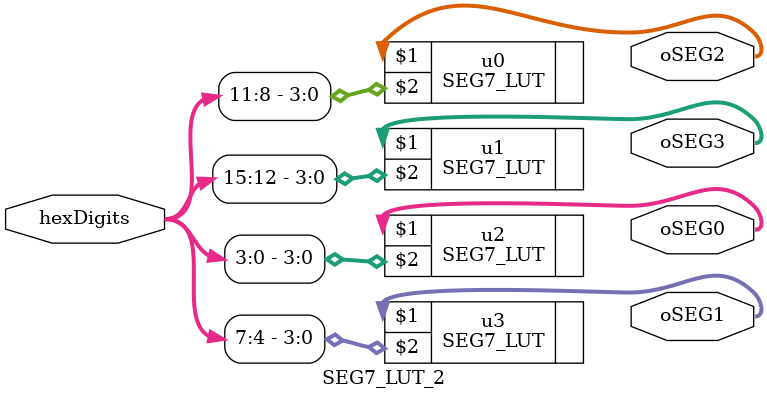
<source format=v>
module SEG7_LUT_2 (	oSEG0, oSEG1, oSEG2, oSEG3, hexDigits );

input	[15:0] hexDigits;

output	[6:0]	oSEG0, oSEG1, oSEG2, oSEG3;

SEG7_LUT	u0	(	oSEG2, hexDigits[11:8]	);
SEG7_LUT	u1	(	oSEG3, hexDigits[15:12]	);

SEG7_LUT	u2	(	oSEG0, hexDigits[3:0]	);
SEG7_LUT	u3	(	oSEG1, hexDigits[7:4]	);


endmodule
</source>
